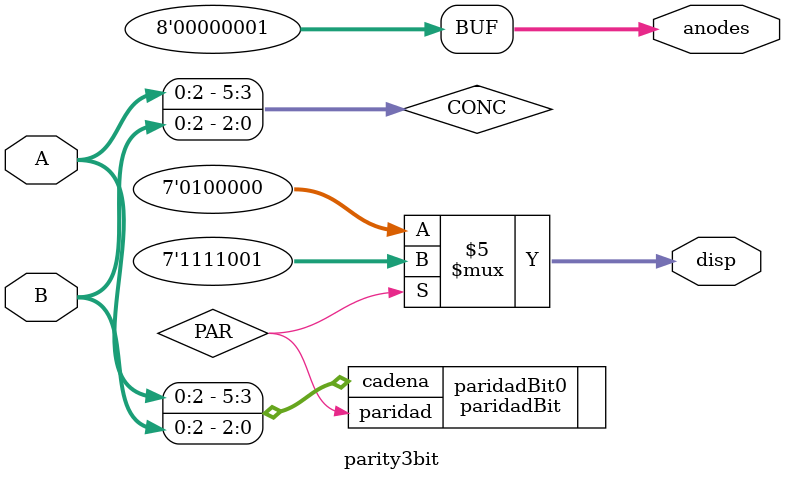
<source format=v>
`timescale 1ns / 1ps
module parity3bit(
	output reg [6:0] disp,
	input [0: 2] A, B,
	output reg [0:7] anodes 
    );
	 
	reg [0: 5] CONC;
	wire PAR;
   
	always@(A,B) //Concatenar
	begin
		CONC <= {A,B};
	end
	
	paridadBit #(.length(6)) paridadBit0 ( .cadena(CONC),	.paridad(PAR));
	
	always @(PAR)
	begin
		if(PAR==1'b0)
			disp <= 7'b0100000;
		else
			disp <= 7'b1111001;
			
		anodes <= 8'b00000001;	//Para que sólo prenda el dígito de la derecha
	end

endmodule


</source>
